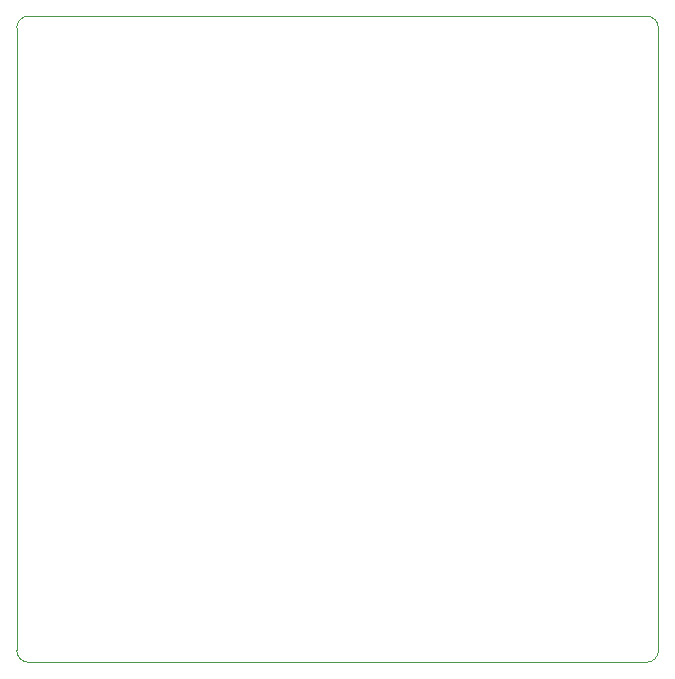
<source format=gbr>
%TF.GenerationSoftware,KiCad,Pcbnew,8.0.1*%
%TF.CreationDate,2024-05-22T13:21:10+02:00*%
%TF.ProjectId,FRDM-MCXx_Shield,4652444d-2d4d-4435-9878-5f536869656c,V2.0*%
%TF.SameCoordinates,Original*%
%TF.FileFunction,Profile,NP*%
%FSLAX46Y46*%
G04 Gerber Fmt 4.6, Leading zero omitted, Abs format (unit mm)*
G04 Created by KiCad (PCBNEW 8.0.1) date 2024-05-22 13:21:10*
%MOMM*%
%LPD*%
G01*
G04 APERTURE LIST*
%TA.AperFunction,Profile*%
%ADD10C,0.100000*%
%TD*%
G04 APERTURE END LIST*
D10*
X127460000Y-117590000D02*
X127460000Y-64890000D01*
X181800000Y-64890000D02*
X181800000Y-117590000D01*
X128460000Y-63890000D02*
X180800000Y-63890000D01*
X181800000Y-117590000D02*
G75*
G02*
X180800000Y-118590000I-1000000J0D01*
G01*
X128460000Y-118590000D02*
G75*
G02*
X127460000Y-117590000I0J1000000D01*
G01*
X180800000Y-118590000D02*
X128460000Y-118590000D01*
X180800000Y-63890000D02*
G75*
G02*
X181800000Y-64890000I0J-1000000D01*
G01*
X127460000Y-64890000D02*
G75*
G02*
X128460000Y-63890000I1000000J0D01*
G01*
M02*

</source>
